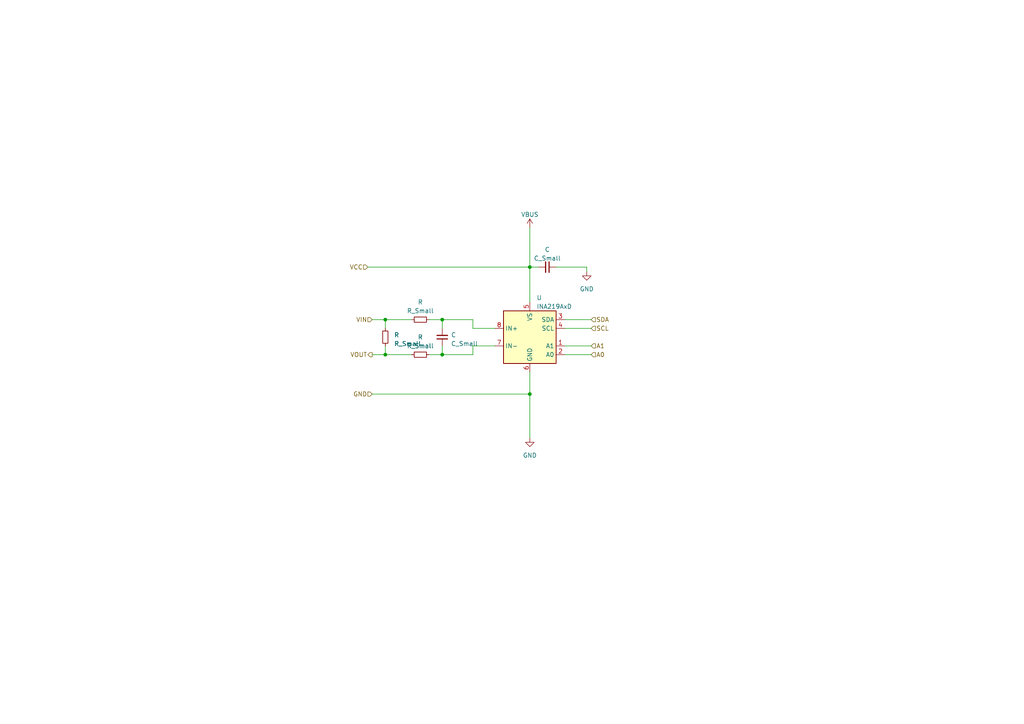
<source format=kicad_sch>
(kicad_sch (version 20220404) (generator eeschema)
  (paper "A4")
  (lib_symbols
    (symbol "Analog_ADC:INA219AxD"
      (property "Reference" "U" (at -6.35 8.89 0))
      (property "Value" "INA219AxD" (at 5.08 8.89 0))
      (symbol "INA219AxD_0_1"
        (rectangle (start -7.62 7.62) (end 7.62 -7.62) (stroke (width 0.254)) (fill (type background)))
      )
      (symbol "INA219AxD_1_1"
        (pin input line (at 10.16 -2.54 180) (length 2.54) (name "A1") (number "1"))
        (pin input line (at 10.16 -5.08 180) (length 2.54) (name "A0") (number "2"))
        (pin bidirectional line (at 10.16 5.08 180) (length 2.54) (name "SDA") (number "3"))
        (pin input line (at 10.16 2.54 180) (length 2.54) (name "SCL") (number "4"))
        (pin power_in line (at 0 10.16 270) (length 2.54) (name "VS") (number "5"))
        (pin power_in line (at 0 -10.16 90) (length 2.54) (name "GND") (number "6"))
        (pin input line (at -10.16 -2.54 0) (length 2.54) (name "IN-") (number "7"))
        (pin input line (at -10.16 2.54 0) (length 2.54) (name "IN+") (number "8"))
      )
    )
    (symbol "Device:C_Small" (pin_numbers hide) (pin_names (offset 0.254) hide)
      (property "Reference" "C" (at 0.254 1.778 0))
      (property "Value" "C_Small" (at 0.254 -2.032 0))
      (symbol "C_Small_0_1"
        (polyline (pts (xy -1.524 -0.508) (xy 1.524 -0.508)) (stroke (width 0.3302)))
        (polyline (pts (xy -1.524 0.508) (xy 1.524 0.508)) (stroke (width 0.3048)))
      )
      (symbol "C_Small_1_1"
        (pin passive line (at 0 2.54 270) (length 2.032) (name "~") (number "1"))
        (pin passive line (at 0 -2.54 90) (length 2.032) (name "~") (number "2"))
      )
    )
    (symbol "Device:R_Small" (pin_numbers hide) (pin_names (offset 0.254) hide)
      (property "Reference" "R" (at 0.762 0.508 0))
      (property "Value" "R_Small" (at 0.762 -1.016 0))
      (symbol "R_Small_0_1"
        (rectangle (start -0.762 1.778) (end 0.762 -1.778) (stroke (width 0.2032)))
      )
      (symbol "R_Small_1_1"
        (pin passive line (at 0 2.54 270) (length 0.762) (name "~") (number "1"))
        (pin passive line (at 0 -2.54 90) (length 0.762) (name "~") (number "2"))
      )
    )
    (symbol "power:GND" (power) (pin_names (offset 0))
      (property "Value" "GND" (at 0 -3.81 0))
      (symbol "GND_0_1"
        (polyline (pts (xy 0 0) (xy 0 -1.27) (xy 1.27 -1.27) (xy 0 -2.54) (xy -1.27 -1.27) (xy 0 -1.27)))
      )
      (symbol "GND_1_1"
        (pin power_in line (at 0 0 270) (length 0) hide (name "GND") (number "1"))
      )
    )
    (symbol "power:VBUS" (power) (pin_names (offset 0))
      (property "Value" "VBUS" (at 0 3.81 0))
      (symbol "VBUS_0_1"
        (polyline (pts (xy -0.762 1.27) (xy 0 2.54)))
        (polyline (pts (xy 0 0) (xy 0 2.54)))
        (polyline (pts (xy 0 2.54) (xy 0.762 1.27)))
      )
      (symbol "VBUS_1_1"
        (pin power_in line (at 0 0 90) (length 0) hide (name "VBUS") (number "1"))
      )
    )
  )
  (junction (at 128.27 92.71))
  (junction (at 111.76 102.87))
  (junction (at 153.67 114.3))
  (junction (at 153.67 77.47))
  (junction (at 111.76 92.71))
  (junction (at 128.27 102.87))
  (wire (pts (xy 153.67 114.3) (xy 153.67 127)))
  (wire (pts (xy 111.76 102.87) (xy 119.38 102.87)))
  (wire (pts (xy 106.68 77.47) (xy 153.67 77.47)))
  (wire (pts (xy 111.76 100.33) (xy 111.76 102.87)))
  (wire (pts (xy 161.29 77.47) (xy 170.18 77.47)))
  (wire (pts (xy 107.95 92.71) (xy 111.76 92.71)))
  (wire (pts (xy 163.83 100.33) (xy 171.45 100.33)))
  (wire (pts (xy 128.27 102.87) (xy 137.16 102.87)))
  (wire (pts (xy 128.27 100.33) (xy 128.27 102.87)))
  (wire (pts (xy 153.67 77.47) (xy 153.67 87.63)))
  (wire (pts (xy 137.16 95.25) (xy 143.51 95.25)))
  (wire (pts (xy 163.83 102.87) (xy 171.45 102.87)))
  (wire (pts (xy 163.83 95.25) (xy 171.45 95.25)))
  (wire (pts (xy 153.67 107.95) (xy 153.67 114.3)))
  (wire (pts (xy 153.67 77.47) (xy 156.21 77.47)))
  (wire (pts (xy 163.83 92.71) (xy 171.45 92.71)))
  (wire (pts (xy 107.95 102.87) (xy 111.76 102.87)))
  (wire (pts (xy 137.16 92.71) (xy 137.16 95.25)))
  (wire (pts (xy 107.95 114.3) (xy 153.67 114.3)))
  (wire (pts (xy 170.18 77.47) (xy 170.18 78.74)))
  (wire (pts (xy 124.46 92.71) (xy 128.27 92.71)))
  (wire (pts (xy 124.46 102.87) (xy 128.27 102.87)))
  (wire (pts (xy 137.16 100.33) (xy 143.51 100.33)))
  (wire (pts (xy 128.27 92.71) (xy 137.16 92.71)))
  (wire (pts (xy 137.16 100.33) (xy 137.16 102.87)))
  (wire (pts (xy 111.76 92.71) (xy 119.38 92.71)))
  (wire (pts (xy 128.27 92.71) (xy 128.27 95.25)))
  (wire (pts (xy 111.76 92.71) (xy 111.76 95.25)))
  (wire (pts (xy 153.67 66.04) (xy 153.67 77.47)))
  (hierarchical_label "VIN" (shape input) (at 107.95 92.71 180))
  (hierarchical_label "VOUT" (shape output) (at 107.95 102.87 180))
  (hierarchical_label "A0" (shape input) (at 171.45 102.87 0))
  (hierarchical_label "VCC" (shape input) (at 106.68 77.47 180))
  (hierarchical_label "SCL" (shape input) (at 171.45 95.25 0))
  (hierarchical_label "A1" (shape input) (at 171.45 100.33 0))
  (hierarchical_label "SDA" (shape input) (at 171.45 92.71 0))
  (hierarchical_label "GND" (shape input) (at 107.95 114.3 180))
  (symbol (lib_id "Analog_ADC:INA219AxD") (at 153.67 97.79 0) (unit 1)
    (default_instance (reference "U") (unit 1) (value "INA219AxD") (footprint "Package_SO:SOIC-8_3.9x4.9mm_P1.27mm"))
    (property "Reference" "U" (at 155.6259 86.36 0) (effects (justify left)))
    (property "Value" "INA219AxD" (at 155.6259 88.9 0) (effects (justify left)))
    (property "Footprint" "Package_SO:SOIC-8_3.9x4.9mm_P1.27mm" (effects hide))
    (property "Datasheet" "http://www.ti.com/lit/ds/symlink/ina219.pdf" (effects hide))
    (property "Mfr 1" "Texas Instruments" (effects hide))
    (property "Mfr 1 PN" "INA219BIDR" (effects hide))
    (property "Supplier 1 Link" "https://www.digikey.com/en/products/detail/texas-instruments/INA219BIDR/2426057" (effects hide))
  )
  (symbol (lib_id "Device:C_Small") (at 128.27 97.79 180) (unit 1)
    (default_instance (reference "C") (unit 1) (value "C_Small") (footprint ""))
    (property "Reference" "C" (at 130.81 97.1486 0) (effects (justify right)))
    (property "Value" "C_Small" (at 130.81 99.6886 0) (effects (justify right)))
    (property "Mfr 1" "YAGEO" (effects hide))
    (property "Mfr 1 PN" "CC0805KRX7R9BB104" (effects hide))
    (property "Supplier 1 Link" "https://www.digikey.com/en/products/detail/yageo/CC0805KRX7R9BB104/302874" (effects hide))
  )
  (symbol (lib_id "Device:R_Small") (at 121.92 92.71 90) (unit 1)
    (default_instance (reference "R") (unit 1) (value "R_Small") (footprint ""))
    (property "Reference" "R" (at 121.92 87.63 90))
    (property "Value" "R_Small" (at 121.92 90.17 90))
    (property "Mfr 1" "YAGEO" (effects hide))
    (property "Mfr 1 PN" "RC0805FR-0710RL" (effects hide))
    (property "Supplier 1 Link" "https://www.digikey.com/en/products/detail/yageo/RC0805FR-0710RL/727534" (effects hide))
  )
  (symbol (lib_id "Device:R_Small") (at 121.92 102.87 90) (unit 1)
    (default_instance (reference "R") (unit 1) (value "R_Small") (footprint ""))
    (property "Reference" "R" (at 121.92 97.79 90))
    (property "Value" "R_Small" (at 121.92 100.33 90))
    (property "Mfr 1" "YAGEO" (effects hide))
    (property "Mfr 1 PN" "RC0805FR-0710RL" (effects hide))
    (property "Supplier 1 Link" "https://www.digikey.com/en/products/detail/yageo/RC0805FR-0710RL/727534" (effects hide))
  )
  (symbol (lib_id "Device:R_Small") (at 111.76 97.79 0) (unit 1)
    (default_instance (reference "R") (unit 1) (value "R_Small") (footprint ""))
    (property "Reference" "R" (at 114.3 97.155 0) (effects (justify left)))
    (property "Value" "R_Small" (at 114.3 99.695 0) (effects (justify left)))
    (property "Mfr 1" "Stackpole Electronics Inc" (effects hide))
    (property "Mfr 1 PN" "RMCF2512FTR150" (effects hide))
    (property "Supplier 1 Link" "https://www.digikey.com/en/products/detail/stackpole-electronics-inc/RMCF2512FTR150/1716773?s=N4IgTCBcDaIBwFYAMBaASgWQMIDEwIEYwcAVNA5LElAOQBEQBdAXyA" (effects hide))
  )
  (symbol (lib_id "Device:C_Small") (at 158.75 77.47 270) (unit 1)
    (default_instance (reference "C") (unit 1) (value "C_Small") (footprint ""))
    (property "Reference" "C" (at 158.7436 72.39 90))
    (property "Value" "C_Small" (at 158.7436 74.93 90))
    (property "Mfr 1" "YAGEO" (effects hide))
    (property "Mfr 1 PN" "CC0805KRX7R9BB104" (effects hide))
    (property "Supplier 1 Link" "https://www.digikey.com/en/products/detail/yageo/CC0805KRX7R9BB104/302874" (effects hide))
  )
  (symbol (lib_id "power:GND") (at 170.18 78.74 0) (unit 1)
    (default_instance (reference "#PWR") (unit 1) (value "GND") (footprint ""))
    (property "Reference" "#PWR" (effects hide))
    (property "Value" "GND" (at 170.18 83.82 0))
  )
  (symbol (lib_id "power:VBUS") (at 153.67 66.04 0) (unit 1)
    (default_instance (reference "#PWR") (unit 1) (value "VBUS") (footprint ""))
    (property "Reference" "#PWR" (effects hide))
    (property "Value" "VBUS" (at 153.67 62.23 0))
  )
  (symbol (lib_id "power:GND") (at 153.67 127 0) (unit 1)
    (default_instance (reference "#PWR") (unit 1) (value "GND") (footprint ""))
    (property "Reference" "#PWR" (effects hide))
    (property "Value" "GND" (at 153.67 132.08 0))
  )
)
</source>
